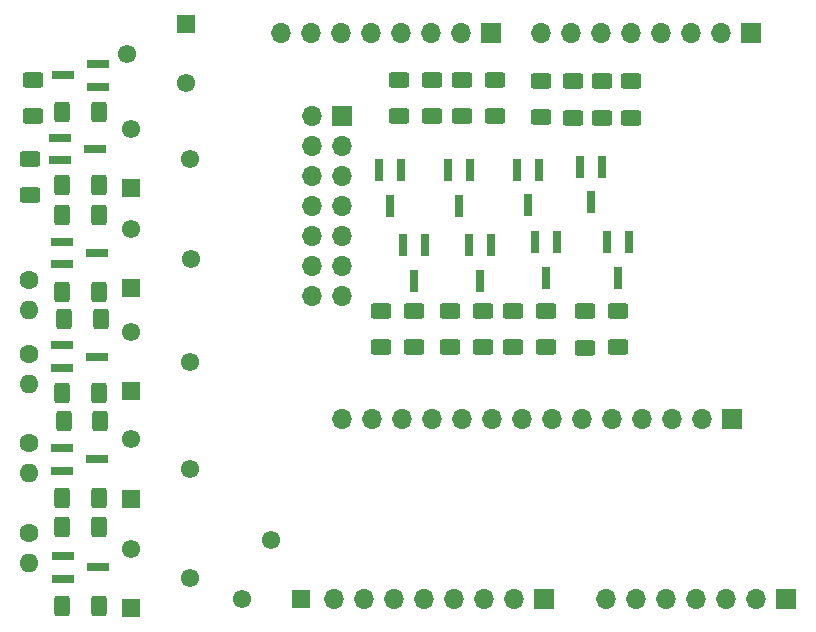
<source format=gbr>
%TF.GenerationSoftware,KiCad,Pcbnew,6.0.0*%
%TF.CreationDate,2022-04-09T17:08:48-03:00*%
%TF.ProjectId,cwc5.5,63776335-2e35-42e6-9b69-6361645f7063,rev?*%
%TF.SameCoordinates,Original*%
%TF.FileFunction,Soldermask,Top*%
%TF.FilePolarity,Negative*%
%FSLAX46Y46*%
G04 Gerber Fmt 4.6, Leading zero omitted, Abs format (unit mm)*
G04 Created by KiCad (PCBNEW 6.0.0) date 2022-04-09 17:08:48*
%MOMM*%
%LPD*%
G01*
G04 APERTURE LIST*
G04 Aperture macros list*
%AMRoundRect*
0 Rectangle with rounded corners*
0 $1 Rounding radius*
0 $2 $3 $4 $5 $6 $7 $8 $9 X,Y pos of 4 corners*
0 Add a 4 corners polygon primitive as box body*
4,1,4,$2,$3,$4,$5,$6,$7,$8,$9,$2,$3,0*
0 Add four circle primitives for the rounded corners*
1,1,$1+$1,$2,$3*
1,1,$1+$1,$4,$5*
1,1,$1+$1,$6,$7*
1,1,$1+$1,$8,$9*
0 Add four rect primitives between the rounded corners*
20,1,$1+$1,$2,$3,$4,$5,0*
20,1,$1+$1,$4,$5,$6,$7,0*
20,1,$1+$1,$6,$7,$8,$9,0*
20,1,$1+$1,$8,$9,$2,$3,0*%
G04 Aperture macros list end*
%ADD10RoundRect,0.250000X-0.625000X0.400000X-0.625000X-0.400000X0.625000X-0.400000X0.625000X0.400000X0*%
%ADD11R,0.800000X1.900000*%
%ADD12R,1.900000X0.800000*%
%ADD13R,1.700000X1.700000*%
%ADD14O,1.700000X1.700000*%
%ADD15R,1.550000X1.550000*%
%ADD16C,1.550000*%
%ADD17C,1.600000*%
%ADD18O,1.600000X1.600000*%
%ADD19RoundRect,0.250000X0.400000X0.625000X-0.400000X0.625000X-0.400000X-0.625000X0.400000X-0.625000X0*%
G04 APERTURE END LIST*
D10*
%TO.C,R13*%
X41910000Y-6578000D03*
X41910000Y-9678000D03*
%TD*%
D11*
%TO.C,Q7*%
X45654000Y-14186000D03*
X43754000Y-14186000D03*
X44704000Y-17186000D03*
%TD*%
D12*
%TO.C,U3*%
X5250000Y-29050000D03*
X5250000Y-30950000D03*
X8250000Y-30000000D03*
%TD*%
D13*
%TO.C,J5*%
X61976000Y-35306000D03*
D14*
X59436000Y-35306000D03*
X56896000Y-35306000D03*
X54356000Y-35306000D03*
X51816000Y-35306000D03*
X49276000Y-35306000D03*
X46736000Y-35306000D03*
X44196000Y-35306000D03*
X41656000Y-35306000D03*
X39116000Y-35306000D03*
X36576000Y-35306000D03*
X34036000Y-35306000D03*
X31496000Y-35306000D03*
X28956000Y-35306000D03*
%TD*%
D12*
%TO.C,U6*%
X8358000Y-7147600D03*
X8358000Y-5247600D03*
X5358000Y-6197600D03*
%TD*%
D10*
%TO.C,R17*%
X38100000Y-26136000D03*
X38100000Y-29236000D03*
%TD*%
%TO.C,R7*%
X48514000Y-6680000D03*
X48514000Y-9780000D03*
%TD*%
D15*
%TO.C,RV6*%
X15800000Y-1875000D03*
D16*
X10800000Y-4375000D03*
X15800000Y-6875000D03*
%TD*%
D10*
%TO.C,R10*%
X45820000Y-6640000D03*
X45820000Y-9740000D03*
%TD*%
D15*
%TO.C,RV5*%
X11125000Y-51275000D03*
D16*
X16125000Y-48775000D03*
X11125000Y-46275000D03*
%TD*%
D17*
%TO.C,R82*%
X2500000Y-29750000D03*
D18*
X2500000Y-32290000D03*
%TD*%
D19*
%TO.C,R83*%
X8382000Y-42000000D03*
X5282000Y-42000000D03*
%TD*%
%TO.C,R75*%
X8408000Y-9296400D03*
X5308000Y-9296400D03*
%TD*%
D10*
%TO.C,R1*%
X53410000Y-6710000D03*
X53410000Y-9810000D03*
%TD*%
D17*
%TO.C,R85*%
X2500000Y-37309000D03*
D18*
X2500000Y-39849000D03*
%TD*%
D10*
%TO.C,R23*%
X32258000Y-26136000D03*
X32258000Y-29236000D03*
%TD*%
D11*
%TO.C,Q13*%
X36002000Y-20598000D03*
X34102000Y-20598000D03*
X35052000Y-23598000D03*
%TD*%
D10*
%TO.C,R16*%
X39116000Y-6578000D03*
X39116000Y-9678000D03*
%TD*%
D19*
%TO.C,R86*%
X8408000Y-51155600D03*
X5308000Y-51155600D03*
%TD*%
D11*
%TO.C,Q3*%
X50988000Y-13956000D03*
X49088000Y-13956000D03*
X50038000Y-16956000D03*
%TD*%
D12*
%TO.C,U2*%
X5250000Y-20300000D03*
X5250000Y-22200000D03*
X8250000Y-21250000D03*
%TD*%
D15*
%TO.C,RV2*%
X11150000Y-24225000D03*
D16*
X16150000Y-21725000D03*
X11150000Y-19225000D03*
%TD*%
D15*
%TO.C,RV3*%
X11100000Y-32925000D03*
D16*
X16100000Y-30425000D03*
X11100000Y-27925000D03*
%TD*%
D11*
%TO.C,Q5*%
X47178000Y-20344000D03*
X45278000Y-20344000D03*
X46228000Y-23344000D03*
%TD*%
D12*
%TO.C,U5*%
X5358000Y-46903600D03*
X5358000Y-48803600D03*
X8358000Y-47853600D03*
%TD*%
D10*
%TO.C,R4*%
X51030000Y-6680000D03*
X51030000Y-9780000D03*
%TD*%
D15*
%TO.C,RV4*%
X11100000Y-42025000D03*
D16*
X16100000Y-39525000D03*
X11100000Y-37025000D03*
%TD*%
D10*
%TO.C,R8*%
X46228000Y-26136000D03*
X46228000Y-29236000D03*
%TD*%
D15*
%TO.C,RV1*%
X11100000Y-15750000D03*
D16*
X16100000Y-13250000D03*
X11100000Y-10750000D03*
%TD*%
D12*
%TO.C,U1*%
X5104000Y-11496000D03*
X5104000Y-13396000D03*
X8104000Y-12446000D03*
%TD*%
D19*
%TO.C,R80*%
X8408000Y-33070800D03*
X5308000Y-33070800D03*
%TD*%
D10*
%TO.C,R90*%
X2794000Y-6552000D03*
X2794000Y-9652000D03*
%TD*%
D11*
%TO.C,Q9*%
X41590000Y-20598000D03*
X39690000Y-20598000D03*
X40640000Y-23598000D03*
%TD*%
D10*
%TO.C,R19*%
X36576000Y-6578000D03*
X36576000Y-9678000D03*
%TD*%
%TO.C,R20*%
X35052000Y-26136000D03*
X35052000Y-29236000D03*
%TD*%
%TO.C,R11*%
X43434000Y-26136000D03*
X43434000Y-29236000D03*
%TD*%
D19*
%TO.C,R77*%
X8408000Y-24500000D03*
X5308000Y-24500000D03*
%TD*%
%TO.C,R78*%
X8408000Y-18034000D03*
X5308000Y-18034000D03*
%TD*%
D17*
%TO.C,R88*%
X2500000Y-44955000D03*
D18*
X2500000Y-47495000D03*
%TD*%
D19*
%TO.C,R81*%
X8550000Y-26822400D03*
X5450000Y-26822400D03*
%TD*%
D10*
%TO.C,R2*%
X52324000Y-26136000D03*
X52324000Y-29236000D03*
%TD*%
%TO.C,R76*%
X2540000Y-13250000D03*
X2540000Y-16350000D03*
%TD*%
D11*
%TO.C,Q1*%
X53274000Y-20344000D03*
X51374000Y-20344000D03*
X52324000Y-23344000D03*
%TD*%
%TO.C,Q15*%
X33970000Y-14248000D03*
X32070000Y-14248000D03*
X33020000Y-17248000D03*
%TD*%
D19*
%TO.C,R84*%
X8500000Y-35500000D03*
X5400000Y-35500000D03*
%TD*%
%TO.C,R74*%
X8408000Y-15494000D03*
X5308000Y-15494000D03*
%TD*%
D10*
%TO.C,R14*%
X40894000Y-26136000D03*
X40894000Y-29236000D03*
%TD*%
D11*
%TO.C,Q11*%
X39812000Y-14248000D03*
X37912000Y-14248000D03*
X38862000Y-17248000D03*
%TD*%
D17*
%TO.C,R79*%
X2500000Y-23500000D03*
D18*
X2500000Y-26040000D03*
%TD*%
D10*
%TO.C,R5*%
X49530000Y-26162000D03*
X49530000Y-29262000D03*
%TD*%
D12*
%TO.C,U4*%
X5250000Y-37759600D03*
X5250000Y-39659600D03*
X8250000Y-38709600D03*
%TD*%
D19*
%TO.C,R87*%
X8408000Y-44450000D03*
X5308000Y-44450000D03*
%TD*%
D10*
%TO.C,R22*%
X33782000Y-6578000D03*
X33782000Y-9678000D03*
%TD*%
D15*
%TO.C,RV0*%
X25500000Y-50550000D03*
D16*
X23000000Y-45550000D03*
X20500000Y-50550000D03*
%TD*%
D13*
%TO.C,J6*%
X28976000Y-9672000D03*
D14*
X26436000Y-9672000D03*
X28976000Y-12212000D03*
X26436000Y-12212000D03*
X28976000Y-14752000D03*
X26436000Y-14752000D03*
X28976000Y-17292000D03*
X26436000Y-17292000D03*
X28976000Y-19832000D03*
X26436000Y-19832000D03*
X28976000Y-22372000D03*
X26436000Y-22372000D03*
X28976000Y-24912000D03*
X26436000Y-24912000D03*
%TD*%
D13*
%TO.C,J1*%
X41560000Y-2580000D03*
D14*
X39020000Y-2580000D03*
X36480000Y-2580000D03*
X33940000Y-2580000D03*
X31400000Y-2580000D03*
X28860000Y-2580000D03*
X26320000Y-2580000D03*
X23780000Y-2580000D03*
%TD*%
D13*
%TO.C,J4*%
X66600000Y-50500000D03*
D14*
X64060000Y-50500000D03*
X61520000Y-50500000D03*
X58980000Y-50500000D03*
X56440000Y-50500000D03*
X53900000Y-50500000D03*
X51360000Y-50500000D03*
%TD*%
D13*
%TO.C,J3*%
X46060000Y-50500000D03*
D14*
X43520000Y-50500000D03*
X40980000Y-50500000D03*
X38440000Y-50500000D03*
X35900000Y-50500000D03*
X33360000Y-50500000D03*
X30820000Y-50500000D03*
X28280000Y-50500000D03*
%TD*%
D13*
%TO.C,J2*%
X63580000Y-2580000D03*
D14*
X61040000Y-2580000D03*
X58500000Y-2580000D03*
X55960000Y-2580000D03*
X53420000Y-2580000D03*
X50880000Y-2580000D03*
X48340000Y-2580000D03*
X45800000Y-2580000D03*
%TD*%
M02*

</source>
